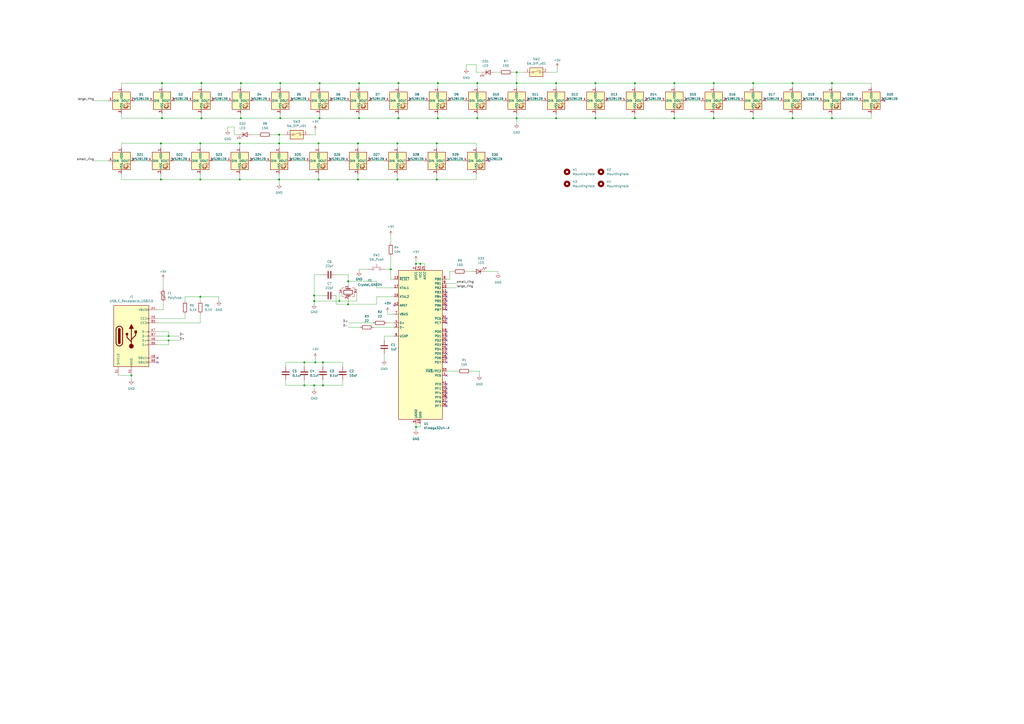
<source format=kicad_sch>
(kicad_sch (version 20230121) (generator eeschema)
  (paper "A2")
  (lib_symbols
    (symbol "Connector:USB_C_Receptacle_USB2.0" (pin_names (offset 1.016))
      (property "Reference" "J" (at -10.16 19.05 0))
      (property "Value" "USB_C_Receptacle_USB2.0" (at 19.05 19.05 0))
      (symbol "USB_C_Receptacle_USB2.0_0_0"
        (rectangle (start -0.254 -17.78) (end 0.254 -16.764))
        (rectangle (start 10.16 -14.986) (end 9.144 -15.494))
        (rectangle (start 10.16 -12.446) (end 9.144 -12.954))
        (rectangle (start 10.16 -4.826) (end 9.144 -5.334))
        (rectangle (start 10.16 -2.286) (end 9.144 -2.794))
        (rectangle (start 10.16 0.254) (end 9.144 -0.254))
        (rectangle (start 10.16 2.794) (end 9.144 2.286))
        (rectangle (start 10.16 7.874) (end 9.144 7.366))
        (rectangle (start 10.16 10.414) (end 9.144 9.906))
        (rectangle (start 10.16 15.494) (end 9.144 14.986))
      )
      (symbol "USB_C_Receptacle_USB2.0_0_1"
        (rectangle (start -10.16 17.78) (end 10.16 -17.78) (stroke (width 0.254)) (fill (type background)))
        (arc (start -8.89 -3.81) (mid -6.985 -5.7067) (end -5.08 -3.81) (stroke (width 0.508)))
        (arc (start -7.62 -3.81) (mid -6.985 -4.4423) (end -6.35 -3.81) (stroke (width 0.254)))
        (arc (start -7.62 -3.81) (mid -6.985 -4.4423) (end -6.35 -3.81) (stroke (width 0.254)) (fill (type outline)))
        (rectangle (start -7.62 -3.81) (end -6.35 3.81) (stroke (width 0.254)) (fill (type outline)))
        (arc (start -6.35 3.81) (mid -6.985 4.4423) (end -7.62 3.81) (stroke (width 0.254)))
        (arc (start -6.35 3.81) (mid -6.985 4.4423) (end -7.62 3.81) (stroke (width 0.254)) (fill (type outline)))
        (arc (start -5.08 3.81) (mid -6.985 5.7067) (end -8.89 3.81) (stroke (width 0.508)))
        (circle (center -2.54 1.143) (radius 0.635) (stroke (width 0.254)) (fill (type outline)))
        (circle (center 0 -5.842) (radius 1.27) (fill (type outline)))
        (polyline (pts (xy -8.89 -3.81) (xy -8.89 3.81)) (stroke (width 0.508)))
        (polyline (pts (xy -5.08 3.81) (xy -5.08 -3.81)) (stroke (width 0.508)))
        (polyline (pts (xy 0 -5.842) (xy 0 4.318)) (stroke (width 0.508)))
        (polyline (pts (xy 0 -3.302) (xy -2.54 -0.762) (xy -2.54 0.508)) (stroke (width 0.508)))
        (polyline (pts (xy 0 -2.032) (xy 2.54 0.508) (xy 2.54 1.778)) (stroke (width 0.508)))
        (polyline (pts (xy -1.27 4.318) (xy 0 6.858) (xy 1.27 4.318) (xy -1.27 4.318)) (stroke (width 0.254)) (fill (type outline)))
        (rectangle (start 1.905 1.778) (end 3.175 3.048) (stroke (width 0.254)) (fill (type outline)))
      )
      (symbol "USB_C_Receptacle_USB2.0_1_1"
        (pin passive line (at 0 -22.86 90) (length 5.08) (name "GND") (number "A1"))
        (pin passive line (at 0 -22.86 90) (length 5.08) hide (name "GND") (number "A12"))
        (pin passive line (at 15.24 15.24 180) (length 5.08) (name "VBUS") (number "A4"))
        (pin bidirectional line (at 15.24 10.16 180) (length 5.08) (name "CC1") (number "A5"))
        (pin bidirectional line (at 15.24 -2.54 180) (length 5.08) (name "D+") (number "A6"))
        (pin bidirectional line (at 15.24 2.54 180) (length 5.08) (name "D-") (number "A7"))
        (pin bidirectional line (at 15.24 -12.7 180) (length 5.08) (name "SBU1") (number "A8"))
        (pin passive line (at 15.24 15.24 180) (length 5.08) hide (name "VBUS") (number "A9"))
        (pin passive line (at 0 -22.86 90) (length 5.08) hide (name "GND") (number "B1"))
        (pin passive line (at 0 -22.86 90) (length 5.08) hide (name "GND") (number "B12"))
        (pin passive line (at 15.24 15.24 180) (length 5.08) hide (name "VBUS") (number "B4"))
        (pin bidirectional line (at 15.24 7.62 180) (length 5.08) (name "CC2") (number "B5"))
        (pin bidirectional line (at 15.24 -5.08 180) (length 5.08) (name "D+") (number "B6"))
        (pin bidirectional line (at 15.24 0 180) (length 5.08) (name "D-") (number "B7"))
        (pin bidirectional line (at 15.24 -15.24 180) (length 5.08) (name "SBU2") (number "B8"))
        (pin passive line (at 15.24 15.24 180) (length 5.08) hide (name "VBUS") (number "B9"))
        (pin passive line (at -7.62 -22.86 90) (length 5.08) (name "SHIELD") (number "S1"))
      )
    )
    (symbol "Device:C" (pin_numbers hide) (pin_names (offset 0.254))
      (property "Reference" "C" (at 0.635 2.54 0))
      (property "Value" "C" (at 0.635 -2.54 0))
      (symbol "C_0_1"
        (polyline (pts (xy -2.032 -0.762) (xy 2.032 -0.762)) (stroke (width 0.508)))
        (polyline (pts (xy -2.032 0.762) (xy 2.032 0.762)) (stroke (width 0.508)))
      )
      (symbol "C_1_1"
        (pin passive line (at 0 3.81 270) (length 2.794) (name "~") (number "1"))
        (pin passive line (at 0 -3.81 90) (length 2.794) (name "~") (number "2"))
      )
    )
    (symbol "Device:Crystal_GND24" (pin_names (offset 1.016) hide)
      (property "Reference" "Y" (at 3.175 5.08 0))
      (property "Value" "Crystal_GND24" (at 3.175 3.175 0))
      (symbol "Crystal_GND24_0_1"
        (rectangle (start -1.143 2.54) (end 1.143 -2.54) (stroke (width 0.3048)))
        (polyline (pts (xy -2.54 0) (xy -2.032 0)))
        (polyline (pts (xy -2.032 -1.27) (xy -2.032 1.27)) (stroke (width 0.508)))
        (polyline (pts (xy 0 -3.81) (xy 0 -3.556)))
        (polyline (pts (xy 0 3.556) (xy 0 3.81)))
        (polyline (pts (xy 2.032 -1.27) (xy 2.032 1.27)) (stroke (width 0.508)))
        (polyline (pts (xy 2.032 0) (xy 2.54 0)))
        (polyline (pts (xy -2.54 -2.286) (xy -2.54 -3.556) (xy 2.54 -3.556) (xy 2.54 -2.286)))
        (polyline (pts (xy -2.54 2.286) (xy -2.54 3.556) (xy 2.54 3.556) (xy 2.54 2.286)))
      )
      (symbol "Crystal_GND24_1_1"
        (pin passive line (at -3.81 0 0) (length 1.27) (name "1") (number "1"))
        (pin passive line (at 0 5.08 270) (length 1.27) (name "2") (number "2"))
        (pin passive line (at 3.81 0 180) (length 1.27) (name "3") (number "3"))
        (pin passive line (at 0 -5.08 90) (length 1.27) (name "4") (number "4"))
      )
    )
    (symbol "Device:LED" (pin_numbers hide) (pin_names (offset 1.016) hide)
      (property "Reference" "D" (at 0 2.54 0))
      (property "Value" "LED" (at 0 -2.54 0))
      (symbol "LED_0_1"
        (polyline (pts (xy -1.27 -1.27) (xy -1.27 1.27)) (stroke (width 0.254)))
        (polyline (pts (xy -1.27 0) (xy 1.27 0)))
        (polyline (pts (xy 1.27 -1.27) (xy 1.27 1.27) (xy -1.27 0) (xy 1.27 -1.27)) (stroke (width 0.254)))
        (polyline (pts (xy -3.048 -0.762) (xy -4.572 -2.286) (xy -3.81 -2.286) (xy -4.572 -2.286) (xy -4.572 -1.524)))
        (polyline (pts (xy -1.778 -0.762) (xy -3.302 -2.286) (xy -2.54 -2.286) (xy -3.302 -2.286) (xy -3.302 -1.524)))
      )
      (symbol "LED_1_1"
        (pin passive line (at -3.81 0 0) (length 2.54) (name "K") (number "1"))
        (pin passive line (at 3.81 0 180) (length 2.54) (name "A") (number "2"))
      )
    )
    (symbol "Device:Polyfuse" (pin_numbers hide) (pin_names (offset 0))
      (property "Reference" "F" (at -2.54 0 90))
      (property "Value" "Polyfuse" (at 2.54 0 90))
      (symbol "Polyfuse_0_1"
        (rectangle (start -0.762 2.54) (end 0.762 -2.54) (stroke (width 0.254)))
        (polyline (pts (xy 0 2.54) (xy 0 -2.54)))
        (polyline (pts (xy -1.524 2.54) (xy -1.524 1.524) (xy 1.524 -1.524) (xy 1.524 -2.54)))
      )
      (symbol "Polyfuse_1_1"
        (pin passive line (at 0 3.81 270) (length 1.27) (name "~") (number "1"))
        (pin passive line (at 0 -3.81 90) (length 1.27) (name "~") (number "2"))
      )
    )
    (symbol "Device:R" (pin_numbers hide) (pin_names (offset 0))
      (property "Reference" "R" (at 2.032 0 90))
      (property "Value" "R" (at 0 0 90))
      (symbol "R_0_1"
        (rectangle (start -1.016 -2.54) (end 1.016 2.54) (stroke (width 0.254)))
      )
      (symbol "R_1_1"
        (pin passive line (at 0 3.81 270) (length 1.27) (name "~") (number "1"))
        (pin passive line (at 0 -3.81 90) (length 1.27) (name "~") (number "2"))
      )
    )
    (symbol "LED:WS2812B" (pin_names (offset 0.254))
      (property "Reference" "D" (at 5.08 5.715 0))
      (property "Value" "WS2812B" (at 1.27 -5.715 0))
      (symbol "WS2812B_0_0"
        (text "RGB" (at 2.286 -4.191 0) (effects (font (size 0.762 0.762))))
      )
      (symbol "WS2812B_0_1"
        (polyline (pts (xy 1.27 -3.556) (xy 1.778 -3.556)))
        (polyline (pts (xy 1.27 -2.54) (xy 1.778 -2.54)))
        (polyline (pts (xy 4.699 -3.556) (xy 2.667 -3.556)))
        (polyline (pts (xy 2.286 -2.54) (xy 1.27 -3.556) (xy 1.27 -3.048)))
        (polyline (pts (xy 2.286 -1.524) (xy 1.27 -2.54) (xy 1.27 -2.032)))
        (polyline (pts (xy 3.683 -1.016) (xy 3.683 -3.556) (xy 3.683 -4.064)))
        (polyline (pts (xy 4.699 -1.524) (xy 2.667 -1.524) (xy 3.683 -3.556) (xy 4.699 -1.524)))
        (rectangle (start 5.08 5.08) (end -5.08 -5.08) (stroke (width 0.254)) (fill (type background)))
      )
      (symbol "WS2812B_1_1"
        (pin power_in line (at 0 7.62 270) (length 2.54) (name "VDD") (number "1"))
        (pin output line (at 7.62 0 180) (length 2.54) (name "DOUT") (number "2"))
        (pin power_in line (at 0 -7.62 90) (length 2.54) (name "VSS") (number "3"))
        (pin input line (at -7.62 0 0) (length 2.54) (name "DIN") (number "4"))
      )
    )
    (symbol "MCU_Microchip_ATmega:ATmega32U4-A"
      (property "Reference" "U" (at -12.7 44.45 0))
      (property "Value" "ATmega32U4-A" (at 2.54 -44.45 0))
      (symbol "ATmega32U4-A_0_1"
        (rectangle (start -12.7 -43.18) (end 12.7 43.18) (stroke (width 0.254)) (fill (type background)))
      )
      (symbol "ATmega32U4-A_1_1"
        (pin bidirectional line (at 15.24 -17.78 180) (length 2.54) (name "PE6") (number "1"))
        (pin bidirectional line (at 15.24 33.02 180) (length 2.54) (name "PB2") (number "10"))
        (pin bidirectional line (at 15.24 30.48 180) (length 2.54) (name "PB3") (number "11"))
        (pin bidirectional line (at 15.24 20.32 180) (length 2.54) (name "PB7") (number "12"))
        (pin input line (at -15.24 38.1 0) (length 2.54) (name "~{RESET}") (number "13"))
        (pin power_in line (at 0 45.72 270) (length 2.54) (name "VCC") (number "14"))
        (pin power_in line (at 0 -45.72 90) (length 2.54) (name "GND") (number "15"))
        (pin output line (at -15.24 27.94 0) (length 2.54) (name "XTAL2") (number "16"))
        (pin input line (at -15.24 33.02 0) (length 2.54) (name "XTAL1") (number "17"))
        (pin bidirectional line (at 15.24 7.62 180) (length 2.54) (name "PD0") (number "18"))
        (pin bidirectional line (at 15.24 5.08 180) (length 2.54) (name "PD1") (number "19"))
        (pin power_in line (at -2.54 45.72 270) (length 2.54) (name "UVCC") (number "2"))
        (pin bidirectional line (at 15.24 2.54 180) (length 2.54) (name "PD2") (number "20"))
        (pin bidirectional line (at 15.24 0 180) (length 2.54) (name "PD3") (number "21"))
        (pin bidirectional line (at 15.24 -5.08 180) (length 2.54) (name "PD5") (number "22"))
        (pin passive line (at 0 -45.72 90) (length 2.54) hide (name "GND") (number "23"))
        (pin power_in line (at 2.54 45.72 270) (length 2.54) (name "AVCC") (number "24"))
        (pin bidirectional line (at 15.24 -2.54 180) (length 2.54) (name "PD4") (number "25"))
        (pin bidirectional line (at 15.24 -7.62 180) (length 2.54) (name "PD6") (number "26"))
        (pin bidirectional line (at 15.24 -10.16 180) (length 2.54) (name "PD7") (number "27"))
        (pin bidirectional line (at 15.24 27.94 180) (length 2.54) (name "PB4") (number "28"))
        (pin bidirectional line (at 15.24 25.4 180) (length 2.54) (name "PB5") (number "29"))
        (pin bidirectional line (at -15.24 10.16 0) (length 2.54) (name "D-") (number "3"))
        (pin bidirectional line (at 15.24 22.86 180) (length 2.54) (name "PB6") (number "30"))
        (pin bidirectional line (at 15.24 15.24 180) (length 2.54) (name "PC6") (number "31"))
        (pin bidirectional line (at 15.24 12.7 180) (length 2.54) (name "PC7") (number "32"))
        (pin bidirectional line (at 15.24 -15.24 180) (length 2.54) (name "~{HWB}/PE2") (number "33"))
        (pin passive line (at 0 45.72 270) (length 2.54) hide (name "VCC") (number "34"))
        (pin passive line (at 0 -45.72 90) (length 2.54) hide (name "GND") (number "35"))
        (pin bidirectional line (at 15.24 -35.56 180) (length 2.54) (name "PF7") (number "36"))
        (pin bidirectional line (at 15.24 -33.02 180) (length 2.54) (name "PF6") (number "37"))
        (pin bidirectional line (at 15.24 -30.48 180) (length 2.54) (name "PF5") (number "38"))
        (pin bidirectional line (at 15.24 -27.94 180) (length 2.54) (name "PF4") (number "39"))
        (pin bidirectional line (at -15.24 12.7 0) (length 2.54) (name "D+") (number "4"))
        (pin bidirectional line (at 15.24 -25.4 180) (length 2.54) (name "PF1") (number "40"))
        (pin bidirectional line (at 15.24 -22.86 180) (length 2.54) (name "PF0") (number "41"))
        (pin passive line (at -15.24 22.86 0) (length 2.54) (name "AREF") (number "42"))
        (pin passive line (at 0 -45.72 90) (length 2.54) hide (name "GND") (number "43"))
        (pin passive line (at 2.54 45.72 270) (length 2.54) hide (name "AVCC") (number "44"))
        (pin passive line (at -2.54 -45.72 90) (length 2.54) (name "UGND") (number "5"))
        (pin passive line (at -15.24 5.08 0) (length 2.54) (name "UCAP") (number "6"))
        (pin input line (at -15.24 17.78 0) (length 2.54) (name "VBUS") (number "7"))
        (pin bidirectional line (at 15.24 38.1 180) (length 2.54) (name "PB0") (number "8"))
        (pin bidirectional line (at 15.24 35.56 180) (length 2.54) (name "PB1") (number "9"))
      )
    )
    (symbol "Mechanical:MountingHole" (pin_names (offset 1.016))
      (property "Reference" "H" (at 0 5.08 0))
      (property "Value" "MountingHole" (at 0 3.175 0))
      (symbol "MountingHole_0_1"
        (circle (center 0 0) (radius 1.27) (stroke (width 1.27)))
      )
    )
    (symbol "Switch:SW_DIP_x01" (pin_names (offset 0) hide)
      (property "Reference" "SW" (at 0 3.81 0))
      (property "Value" "SW_DIP_x01" (at 0 -3.81 0))
      (symbol "SW_DIP_x01_0_0"
        (circle (center -2.032 0) (radius 0.508))
        (polyline (pts (xy -1.524 0.127) (xy 2.3622 1.1684)))
        (circle (center 2.032 0) (radius 0.508))
      )
      (symbol "SW_DIP_x01_0_1"
        (rectangle (start -3.81 2.54) (end 3.81 -2.54) (stroke (width 0.254)) (fill (type background)))
      )
      (symbol "SW_DIP_x01_1_1"
        (pin passive line (at -7.62 0 0) (length 5.08) (name "~") (number "1"))
        (pin passive line (at 7.62 0 180) (length 5.08) (name "~") (number "2"))
      )
    )
    (symbol "Switch:SW_Push" (pin_numbers hide) (pin_names (offset 1.016) hide)
      (property "Reference" "SW" (at 1.27 2.54 0))
      (property "Value" "SW_Push" (at 0 -1.524 0))
      (symbol "SW_Push_0_1"
        (circle (center -2.032 0) (radius 0.508))
        (polyline (pts (xy 0 1.27) (xy 0 3.048)))
        (polyline (pts (xy 2.54 1.27) (xy -2.54 1.27)))
        (circle (center 2.032 0) (radius 0.508))
        (pin passive line (at -5.08 0 0) (length 2.54) (name "1") (number "1"))
        (pin passive line (at 5.08 0 180) (length 2.54) (name "2") (number "2"))
      )
    )
    (symbol "power:+5V" (power) (pin_names (offset 0))
      (property "Value" "+5V" (at 0 3.556 0))
      (symbol "+5V_0_1"
        (polyline (pts (xy -0.762 1.27) (xy 0 2.54)))
        (polyline (pts (xy 0 0) (xy 0 2.54)))
        (polyline (pts (xy 0 2.54) (xy 0.762 1.27)))
      )
      (symbol "+5V_1_1"
        (pin power_in line (at 0 0 90) (length 0) hide (name "+5V") (number "1"))
      )
    )
    (symbol "power:GND" (power) (pin_names (offset 0))
      (property "Value" "GND" (at 0 -3.81 0))
      (symbol "GND_0_1"
        (polyline (pts (xy 0 0) (xy 0 -1.27) (xy 1.27 -1.27) (xy 0 -2.54) (xy -1.27 -1.27) (xy 0 -1.27)))
      )
      (symbol "GND_1_1"
        (pin power_in line (at 0 0 270) (length 0) hide (name "GND") (number "1"))
      )
    )
  )
  (junction (at 116.84 68.58))
  (junction (at 182.245 223.52))
  (junction (at 139.7 48.26))
  (junction (at 162.56 68.58))
  (junction (at 93.98 68.58))
  (junction (at 254 48.26))
  (junction (at 414.02 48.26))
  (junction (at 116.205 104.14))
  (junction (at 116.205 83.185))
  (junction (at 459.74 48.26))
  (junction (at 391.16 48.26))
  (junction (at 76.2 217.805))
  (junction (at 231.14 68.58))
  (junction (at 208.28 48.26))
  (junction (at 254 68.58))
  (junction (at 253.365 104.14))
  (junction (at 276.86 48.26))
  (junction (at 230.505 104.14))
  (junction (at 161.925 104.14))
  (junction (at 116.205 172.085))
  (junction (at 414.02 68.58))
  (junction (at 162.56 48.26))
  (junction (at 276.86 68.58))
  (junction (at 187.325 210.185))
  (junction (at 436.88 68.58))
  (junction (at 230.505 83.185))
  (junction (at 187.325 223.52))
  (junction (at 196.85 174.625))
  (junction (at 241.3 247.65))
  (junction (at 176.53 223.52))
  (junction (at 299.72 68.58))
  (junction (at 139.065 83.185))
  (junction (at 139.7 68.58))
  (junction (at 322.58 48.26))
  (junction (at 299.72 48.26))
  (junction (at 368.3 48.26))
  (junction (at 226.695 156.21))
  (junction (at 182.88 210.185))
  (junction (at 207.645 83.185))
  (junction (at 116.84 48.26))
  (junction (at 97.79 197.485))
  (junction (at 391.16 68.58))
  (junction (at 459.74 68.58))
  (junction (at 182.245 174.625))
  (junction (at 436.88 48.26))
  (junction (at 139.065 104.14))
  (junction (at 185.42 48.26))
  (junction (at 345.44 68.58))
  (junction (at 184.785 104.14))
  (junction (at 97.79 194.945))
  (junction (at 345.44 48.26))
  (junction (at 176.53 210.185))
  (junction (at 161.925 78.105))
  (junction (at 299.72 41.91))
  (junction (at 184.785 83.185))
  (junction (at 161.925 83.185))
  (junction (at 231.14 48.26))
  (junction (at 322.58 68.58))
  (junction (at 93.345 104.14))
  (junction (at 241.3 153.035))
  (junction (at 482.6 68.58))
  (junction (at 482.6 48.26))
  (junction (at 93.345 83.185))
  (junction (at 93.98 48.26))
  (junction (at 182.245 171.45))
  (junction (at 243.84 153.035))
  (junction (at 253.365 83.185))
  (junction (at 208.28 68.58))
  (junction (at 201.93 163.195))
  (junction (at 368.3 68.58))
  (junction (at 201.93 176.53))
  (junction (at 185.42 68.58))
  (junction (at 207.645 104.14))
  (no_connect (at 259.08 192.405))
  (no_connect (at 259.08 210.185))
  (no_connect (at 259.08 227.965))
  (no_connect (at 259.08 172.085))
  (no_connect (at 259.08 200.025))
  (no_connect (at 259.08 174.625))
  (no_connect (at 259.08 235.585))
  (no_connect (at 259.08 217.805))
  (no_connect (at 259.08 225.425))
  (no_connect (at 259.08 184.785))
  (no_connect (at 283.845 93.345))
  (no_connect (at 259.08 194.945))
  (no_connect (at 259.08 207.645))
  (no_connect (at 259.08 197.485))
  (no_connect (at 91.44 207.645))
  (no_connect (at 259.08 205.105))
  (no_connect (at 228.6 177.165))
  (no_connect (at 259.08 187.325))
  (no_connect (at 259.08 179.705))
  (no_connect (at 259.08 222.885))
  (no_connect (at 259.08 230.505))
  (no_connect (at 259.08 202.565))
  (no_connect (at 91.44 210.185))
  (no_connect (at 259.08 169.545))
  (no_connect (at 513.08 58.42))
  (no_connect (at 259.08 177.165))
  (no_connect (at 259.08 233.045))
  (wire (pts (xy 70.485 100.965) (xy 70.485 104.14)))
  (wire (pts (xy 241.3 247.65) (xy 241.3 249.555)))
  (wire (pts (xy 482.6 66.04) (xy 482.6 68.58)))
  (wire (pts (xy 299.72 68.58) (xy 299.72 71.755)))
  (wire (pts (xy 276.225 100.965) (xy 276.225 104.14)))
  (wire (pts (xy 254 48.26) (xy 276.86 48.26)))
  (wire (pts (xy 241.3 153.035) (xy 241.3 154.305)))
  (wire (pts (xy 213.36 156.21) (xy 208.28 156.21)))
  (wire (pts (xy 490.22 58.42) (xy 497.84 58.42)))
  (wire (pts (xy 482.6 48.26) (xy 459.74 48.26)))
  (wire (pts (xy 459.74 48.26) (xy 436.88 48.26)))
  (wire (pts (xy 207.01 169.545) (xy 207.01 174.625)))
  (wire (pts (xy 241.3 245.745) (xy 241.3 247.65)))
  (wire (pts (xy 231.14 48.26) (xy 254 48.26)))
  (wire (pts (xy 187.325 210.185) (xy 182.88 210.185)))
  (wire (pts (xy 187.325 220.345) (xy 187.325 223.52)))
  (wire (pts (xy 284.48 58.42) (xy 292.1 58.42)))
  (wire (pts (xy 276.86 68.58) (xy 299.72 68.58)))
  (wire (pts (xy 91.44 194.945) (xy 97.79 194.945)))
  (wire (pts (xy 276.225 83.185) (xy 253.365 83.185)))
  (wire (pts (xy 323.215 41.91) (xy 323.215 39.37)))
  (wire (pts (xy 230.505 100.965) (xy 230.505 104.14)))
  (wire (pts (xy 201.93 159.385) (xy 201.93 163.195)))
  (wire (pts (xy 224.155 187.325) (xy 228.6 187.325)))
  (wire (pts (xy 246.38 153.035) (xy 243.84 153.035)))
  (wire (pts (xy 91.44 187.325) (xy 116.205 187.325)))
  (wire (pts (xy 243.84 153.035) (xy 241.3 153.035)))
  (wire (pts (xy 70.485 50.8) (xy 70.485 48.26)))
  (wire (pts (xy 182.245 223.52) (xy 182.245 226.06)))
  (wire (pts (xy 243.84 245.745) (xy 243.84 247.65)))
  (wire (pts (xy 70.485 48.26) (xy 93.98 48.26)))
  (wire (pts (xy 184.785 83.185) (xy 184.785 85.725)))
  (wire (pts (xy 107.315 184.785) (xy 107.315 182.245)))
  (wire (pts (xy 276.225 37.465) (xy 270.51 37.465)))
  (wire (pts (xy 231.14 66.04) (xy 231.14 68.58)))
  (wire (pts (xy 100.965 93.345) (xy 108.585 93.345)))
  (wire (pts (xy 68.58 217.805) (xy 76.2 217.805)))
  (wire (pts (xy 91.44 184.785) (xy 107.315 184.785)))
  (wire (pts (xy 54.61 93.345) (xy 62.865 93.345)))
  (wire (pts (xy 116.205 172.085) (xy 127 172.085)))
  (wire (pts (xy 208.28 48.26) (xy 231.14 48.26)))
  (wire (pts (xy 165.735 223.52) (xy 176.53 223.52)))
  (wire (pts (xy 230.505 104.14) (xy 207.645 104.14)))
  (wire (pts (xy 505.46 66.04) (xy 505.46 68.58)))
  (wire (pts (xy 218.44 167.005) (xy 218.44 163.195)))
  (wire (pts (xy 322.58 66.04) (xy 322.58 68.58)))
  (wire (pts (xy 281.305 157.48) (xy 288.925 157.48)))
  (wire (pts (xy 182.88 78.105) (xy 182.88 75.565)))
  (wire (pts (xy 176.53 210.185) (xy 176.53 212.725)))
  (wire (pts (xy 299.72 41.91) (xy 303.53 41.91)))
  (wire (pts (xy 436.88 48.26) (xy 436.88 50.8)))
  (wire (pts (xy 201.93 189.865) (xy 208.915 189.865)))
  (wire (pts (xy 198.755 210.185) (xy 187.325 210.185)))
  (wire (pts (xy 218.44 172.085) (xy 218.44 176.53)))
  (wire (pts (xy 322.58 48.26) (xy 299.72 48.26)))
  (wire (pts (xy 259.08 167.005) (xy 264.795 167.005)))
  (wire (pts (xy 91.44 197.485) (xy 97.79 197.485)))
  (wire (pts (xy 278.13 215.265) (xy 278.13 217.805)))
  (wire (pts (xy 228.6 172.085) (xy 218.44 172.085)))
  (wire (pts (xy 505.46 48.26) (xy 482.6 48.26)))
  (wire (pts (xy 116.205 174.625) (xy 116.205 172.085)))
  (wire (pts (xy 93.98 48.26) (xy 93.98 50.8)))
  (wire (pts (xy 196.85 174.625) (xy 182.245 174.625)))
  (wire (pts (xy 345.44 48.26) (xy 322.58 48.26)))
  (wire (pts (xy 226.695 136.525) (xy 226.695 140.97)))
  (wire (pts (xy 97.79 194.945) (xy 104.14 194.945)))
  (wire (pts (xy 97.79 192.405) (xy 97.79 194.945)))
  (wire (pts (xy 161.925 83.185) (xy 161.925 85.725)))
  (wire (pts (xy 123.825 93.345) (xy 131.445 93.345)))
  (wire (pts (xy 165.735 220.345) (xy 165.735 223.52)))
  (wire (pts (xy 101.6 58.42) (xy 109.22 58.42)))
  (wire (pts (xy 182.88 210.185) (xy 182.88 207.645)))
  (wire (pts (xy 93.345 104.14) (xy 116.205 104.14)))
  (wire (pts (xy 139.065 83.185) (xy 139.065 85.725)))
  (wire (pts (xy 116.205 100.965) (xy 116.205 104.14)))
  (wire (pts (xy 414.02 48.26) (xy 414.02 50.8)))
  (wire (pts (xy 226.695 156.21) (xy 223.52 156.21)))
  (wire (pts (xy 70.485 85.725) (xy 70.485 83.185)))
  (wire (pts (xy 93.345 100.965) (xy 93.345 104.14)))
  (wire (pts (xy 243.84 154.305) (xy 243.84 153.035)))
  (wire (pts (xy 76.2 217.805) (xy 76.2 220.345)))
  (wire (pts (xy 127 172.085) (xy 127 174.625)))
  (wire (pts (xy 107.315 174.625) (xy 107.315 172.085)))
  (wire (pts (xy 270.51 157.48) (xy 273.685 157.48)))
  (wire (pts (xy 165.735 212.725) (xy 165.735 210.185)))
  (wire (pts (xy 208.28 156.21) (xy 208.28 157.48)))
  (wire (pts (xy 253.365 104.14) (xy 230.505 104.14)))
  (wire (pts (xy 228.6 182.245) (xy 224.79 182.245)))
  (wire (pts (xy 276.225 104.14) (xy 253.365 104.14)))
  (wire (pts (xy 368.3 66.04) (xy 368.3 68.58)))
  (wire (pts (xy 238.76 58.42) (xy 246.38 58.42)))
  (wire (pts (xy 459.74 68.58) (xy 436.88 68.58)))
  (wire (pts (xy 70.485 66.04) (xy 70.485 68.58)))
  (wire (pts (xy 228.6 194.945) (xy 222.885 194.945)))
  (wire (pts (xy 260.985 157.48) (xy 262.89 157.48)))
  (wire (pts (xy 287.02 41.91) (xy 289.56 41.91)))
  (wire (pts (xy 139.065 83.185) (xy 161.925 83.185)))
  (wire (pts (xy 94.615 161.925) (xy 94.615 167.64)))
  (wire (pts (xy 322.58 68.58) (xy 299.72 68.58)))
  (wire (pts (xy 260.985 93.345) (xy 268.605 93.345)))
  (wire (pts (xy 184.785 104.14) (xy 161.925 104.14)))
  (wire (pts (xy 228.6 161.925) (xy 226.695 161.925)))
  (wire (pts (xy 184.785 83.185) (xy 161.925 83.185)))
  (wire (pts (xy 230.505 83.185) (xy 230.505 85.725)))
  (wire (pts (xy 230.505 83.185) (xy 207.645 83.185)))
  (wire (pts (xy 116.205 83.185) (xy 116.205 85.725)))
  (wire (pts (xy 224.79 182.245) (xy 224.79 180.975)))
  (wire (pts (xy 201.93 176.53) (xy 201.93 173.355)))
  (wire (pts (xy 165.735 210.185) (xy 176.53 210.185)))
  (wire (pts (xy 215.265 93.345) (xy 222.885 93.345)))
  (wire (pts (xy 259.08 215.265) (xy 265.43 215.265)))
  (wire (pts (xy 228.6 167.005) (xy 218.44 167.005)))
  (wire (pts (xy 192.405 93.345) (xy 200.025 93.345)))
  (wire (pts (xy 208.28 48.26) (xy 208.28 50.8)))
  (wire (pts (xy 482.6 48.26) (xy 482.6 50.8)))
  (wire (pts (xy 353.06 58.42) (xy 360.68 58.42)))
  (wire (pts (xy 179.705 78.105) (xy 182.88 78.105)))
  (wire (pts (xy 198.755 220.345) (xy 198.755 223.52)))
  (wire (pts (xy 318.77 41.91) (xy 323.215 41.91)))
  (wire (pts (xy 216.535 189.865) (xy 228.6 189.865)))
  (wire (pts (xy 276.225 41.91) (xy 276.225 37.465)))
  (wire (pts (xy 276.86 66.04) (xy 276.86 68.58)))
  (wire (pts (xy 246.38 154.305) (xy 246.38 153.035)))
  (wire (pts (xy 93.98 48.26) (xy 116.84 48.26)))
  (wire (pts (xy 276.86 48.26) (xy 276.86 50.8)))
  (wire (pts (xy 176.53 210.185) (xy 182.88 210.185)))
  (wire (pts (xy 208.28 68.58) (xy 231.14 68.58)))
  (wire (pts (xy 276.86 48.26) (xy 299.72 48.26)))
  (wire (pts (xy 207.645 83.185) (xy 184.785 83.185)))
  (wire (pts (xy 368.3 48.26) (xy 368.3 50.8)))
  (wire (pts (xy 139.065 104.14) (xy 161.925 104.14)))
  (wire (pts (xy 161.925 78.105) (xy 161.925 83.185)))
  (wire (pts (xy 176.53 220.345) (xy 176.53 223.52)))
  (wire (pts (xy 162.56 66.04) (xy 162.56 68.58)))
  (wire (pts (xy 299.72 48.26) (xy 299.72 50.8)))
  (wire (pts (xy 207.01 174.625) (xy 196.85 174.625)))
  (wire (pts (xy 261.62 58.42) (xy 269.24 58.42)))
  (wire (pts (xy 243.84 247.65) (xy 241.3 247.65)))
  (wire (pts (xy 78.105 93.345) (xy 85.725 93.345)))
  (wire (pts (xy 459.74 66.04) (xy 459.74 68.58)))
  (wire (pts (xy 254 66.04) (xy 254 68.58)))
  (wire (pts (xy 421.64 58.42) (xy 429.26 58.42)))
  (wire (pts (xy 391.16 48.26) (xy 368.3 48.26)))
  (wire (pts (xy 187.325 223.52) (xy 182.245 223.52)))
  (wire (pts (xy 78.105 58.42) (xy 86.36 58.42)))
  (wire (pts (xy 444.5 58.42) (xy 452.12 58.42)))
  (wire (pts (xy 54.61 58.42) (xy 62.865 58.42)))
  (wire (pts (xy 345.44 68.58) (xy 322.58 68.58)))
  (wire (pts (xy 139.7 68.58) (xy 162.56 68.58)))
  (wire (pts (xy 436.88 68.58) (xy 414.02 68.58)))
  (wire (pts (xy 345.44 66.04) (xy 345.44 68.58)))
  (wire (pts (xy 368.3 48.26) (xy 345.44 48.26)))
  (wire (pts (xy 94.615 179.705) (xy 94.615 175.26)))
  (wire (pts (xy 241.3 151.13) (xy 241.3 153.035)))
  (wire (pts (xy 436.88 48.26) (xy 414.02 48.26)))
  (wire (pts (xy 91.44 200.025) (xy 97.79 200.025)))
  (wire (pts (xy 368.3 68.58) (xy 345.44 68.58)))
  (wire (pts (xy 467.36 58.42) (xy 474.98 58.42)))
  (wire (pts (xy 253.365 83.185) (xy 230.505 83.185)))
  (wire (pts (xy 184.785 100.965) (xy 184.785 104.14)))
  (wire (pts (xy 391.16 48.26) (xy 391.16 50.8)))
  (wire (pts (xy 185.42 48.26) (xy 185.42 50.8)))
  (wire (pts (xy 201.93 187.325) (xy 216.535 187.325)))
  (wire (pts (xy 182.245 176.53) (xy 182.245 174.625)))
  (wire (pts (xy 162.56 68.58) (xy 185.42 68.58)))
  (wire (pts (xy 93.345 83.185) (xy 116.205 83.185)))
  (wire (pts (xy 185.42 66.04) (xy 185.42 68.58)))
  (wire (pts (xy 299.72 66.04) (xy 299.72 68.58)))
  (wire (pts (xy 193.04 58.42) (xy 200.66 58.42)))
  (wire (pts (xy 176.53 223.52) (xy 182.245 223.52)))
  (wire (pts (xy 194.945 171.45) (xy 194.945 176.53)))
  (wire (pts (xy 414.02 68.58) (xy 391.16 68.58)))
  (wire (pts (xy 218.44 163.195) (xy 201.93 163.195)))
  (wire (pts (xy 169.545 93.345) (xy 177.165 93.345)))
  (wire (pts (xy 182.245 171.45) (xy 187.325 171.45)))
  (wire (pts (xy 436.88 66.04) (xy 436.88 68.58)))
  (wire (pts (xy 187.325 159.385) (xy 182.245 159.385)))
  (wire (pts (xy 238.125 93.345) (xy 245.745 93.345)))
  (wire (pts (xy 482.6 68.58) (xy 459.74 68.58)))
  (wire (pts (xy 139.065 100.965) (xy 139.065 104.14)))
  (wire (pts (xy 345.44 48.26) (xy 345.44 50.8)))
  (wire (pts (xy 505.46 50.8) (xy 505.46 48.26)))
  (wire (pts (xy 375.92 58.42) (xy 383.54 58.42)))
  (wire (pts (xy 107.315 172.085) (xy 116.205 172.085)))
  (wire (pts (xy 157.48 78.105) (xy 161.925 78.105)))
  (wire (pts (xy 135.89 73.66) (xy 132.08 73.66)))
  (wire (pts (xy 132.08 73.66) (xy 132.08 75.565)))
  (wire (pts (xy 505.46 68.58) (xy 482.6 68.58)))
  (wire (pts (xy 254 68.58) (xy 276.86 68.58)))
  (wire (pts (xy 162.56 48.26) (xy 162.56 50.8)))
  (wire (pts (xy 297.18 41.91) (xy 299.72 41.91)))
  (wire (pts (xy 253.365 83.185) (xy 253.365 85.725)))
  (wire (pts (xy 231.14 48.26) (xy 231.14 50.8)))
  (wire (pts (xy 91.44 179.705) (xy 94.615 179.705)))
  (wire (pts (xy 139.7 48.26) (xy 162.56 48.26)))
  (wire (pts (xy 260.985 161.925) (xy 260.985 157.48)))
  (wire (pts (xy 93.98 66.04) (xy 93.98 68.58)))
  (wire (pts (xy 182.245 159.385) (xy 182.245 171.45)))
  (wire (pts (xy 116.84 66.04) (xy 116.84 68.58)))
  (wire (pts (xy 259.08 161.925) (xy 260.985 161.925)))
  (wire (pts (xy 194.945 159.385) (xy 201.93 159.385)))
  (wire (pts (xy 93.345 83.185) (xy 93.345 85.725)))
  (wire (pts (xy 231.14 68.58) (xy 254 68.58)))
  (wire (pts (xy 222.885 194.945) (xy 222.885 197.485)))
  (wire (pts (xy 70.485 104.14) (xy 93.345 104.14)))
  (wire (pts (xy 201.93 163.195) (xy 201.93 165.735)))
  (wire (pts (xy 93.98 68.58) (xy 116.84 68.58)))
  (wire (pts (xy 161.925 78.105) (xy 164.465 78.105)))
  (wire (pts (xy 185.42 68.58) (xy 208.28 68.58)))
  (wire (pts (xy 116.205 83.185) (xy 139.065 83.185)))
  (wire (pts (xy 116.84 48.26) (xy 139.7 48.26)))
  (wire (pts (xy 391.16 66.04) (xy 391.16 68.58)))
  (wire (pts (xy 70.485 83.185) (xy 93.345 83.185)))
  (wire (pts (xy 279.4 41.91) (xy 276.225 41.91)))
  (wire (pts (xy 398.78 58.42) (xy 406.4 58.42)))
  (wire (pts (xy 187.325 210.185) (xy 187.325 212.725)))
  (wire (pts (xy 170.18 58.42) (xy 177.8 58.42)))
  (wire (pts (xy 161.925 100.965) (xy 161.925 104.14)))
  (wire (pts (xy 218.44 176.53) (xy 201.93 176.53)))
  (wire (pts (xy 70.485 68.58) (xy 93.98 68.58)))
  (wire (pts (xy 198.755 223.52) (xy 187.325 223.52)))
  (wire (pts (xy 116.205 104.14) (xy 139.065 104.14)))
  (wire (pts (xy 116.84 48.26) (xy 116.84 50.8)))
  (wire (pts (xy 391.16 68.58) (xy 368.3 68.58)))
  (wire (pts (xy 139.7 48.26) (xy 139.7 50.8)))
  (wire (pts (xy 207.645 83.185) (xy 207.645 85.725)))
  (wire (pts (xy 276.225 85.725) (xy 276.225 83.185)))
  (wire (pts (xy 259.08 164.465) (xy 264.795 164.465)))
  (wire (pts (xy 299.72 41.91) (xy 299.72 48.26)))
  (wire (pts (xy 146.685 93.345) (xy 154.305 93.345)))
  (wire (pts (xy 162.56 48.26) (xy 185.42 48.26)))
  (wire (pts (xy 182.245 174.625) (xy 182.245 171.45)))
  (wire (pts (xy 330.2 58.42) (xy 337.82 58.42)))
  (wire (pts (xy 414.02 66.04) (xy 414.02 68.58)))
  (wire (pts (xy 322.58 48.26) (xy 322.58 50.8)))
  (wire (pts (xy 459.74 48.26) (xy 459.74 50.8)))
  (wire (pts (xy 91.44 192.405) (xy 97.79 192.405)))
  (wire (pts (xy 307.34 58.42) (xy 314.96 58.42)))
  (wire (pts (xy 124.46 58.42) (xy 132.08 58.42)))
  (wire (pts (xy 207.645 104.14) (xy 184.785 104.14)))
  (wire (pts (xy 198.755 212.725) (xy 198.755 210.185)))
  (wire (pts (xy 226.695 148.59) (xy 226.695 156.21)))
  (wire (pts (xy 146.05 78.105) (xy 149.86 78.105)))
  (wire (pts (xy 116.205 187.325) (xy 116.205 182.245)))
  (wire (pts (xy 116.84 68.58) (xy 139.7 68.58)))
  (wire (pts (xy 135.89 78.105) (xy 135.89 73.66)))
  (wire (pts (xy 97.79 197.485) (xy 104.14 197.485)))
  (wire (pts (xy 208.28 66.04) (xy 208.28 68.58)))
  (wire (pts (xy 207.645 100.965) (xy 207.645 104.14)))
  (wire (pts (xy 226.695 161.925) (xy 226.695 156.21)))
  (wire (pts (xy 147.32 58.42) (xy 154.94 58.42)))
  (wire (pts (xy 222.885 205.105) (xy 222.885 208.915)))
  (wire (pts (xy 196.85 169.545) (xy 196.85 174.625)))
  (wire (pts (xy 254 48.26) (xy 254 50.8)))
  (wire (pts (xy 139.7 66.04) (xy 139.7 68.58)))
  (wire (pts (xy 161.925 104.14) (xy 161.925 106.68)))
  (wire (pts (xy 215.9 58.42) (xy 223.52 58.42)))
  (wire (pts (xy 253.365 100.965) (xy 253.365 104.14)))
  (wire (pts (xy 194.945 176.53) (xy 201.93 176.53)))
  (wire (pts (xy 270.51 37.465) (xy 270.51 40.005)))
  (wire (pts (xy 288.925 157.48) (xy 288.925 158.75)))
  (wire (pts (xy 273.05 215.265) (xy 278.13 215.265)))
  (wire (pts (xy 97.79 197.485) (xy 97.79 200.025)))
  (wire (pts (xy 138.43 78.105) (xy 135.89 78.105)))
  (wire (pts (xy 414.02 48.26) (xy 391.16 48.26)))
  (wire (pts (xy 185.42 48.26) (xy 208.28 48.26)))
  (label "D-" (at 201.93 189.865 180))
  (label "small_ring" (at 54.61 93.345 180))
  (label "D-" (at 104.14 194.945 0))
  (label "large_ring" (at 264.795 167.005 0))
  (label "large_ring" (at 54.61 58.42 180))
  (label "D+" (at 104.14 197.485 0))
  (label "D+" (at 201.93 187.325 180))
  (label "small_ring" (at 264.795 164.465 0))
  (symbol (lib_id "power:GND") (at 299.72 71.755 0) (unit 1)
    (property "Reference" "#PWR02" (effects hide))
    (property "Value" "GND" (at 299.72 76.835 0))
  )
  (symbol (lib_id "power:GND") (at 222.885 208.915 0) (unit 1)
    (property "Reference" "#PWR08" (effects hide))
    (property "Value" "GND" (at 222.885 213.995 0))
  )
  (symbol (lib_id "power:GND") (at 161.925 106.68 0) (unit 1)
    (property "Reference" "#PWR04" (effects hide))
    (property "Value" "GND" (at 161.925 111.76 0))
  )
  (symbol (lib_id "power:+5V") (at 94.615 161.925 0) (unit 1)
    (property "Reference" "#PWR016" (effects hide))
    (property "Value" "+5V" (at 94.615 157.48 0))
  )
  (symbol (lib_id "power:+5V") (at 323.215 39.37 0) (unit 1)
    (property "Reference" "#PWR01" (effects hide))
    (property "Value" "+5V" (at 323.215 34.925 0))
  )
  (symbol (lib_id "LED:WS2812B") (at 276.225 93.345 0) (unit 1)
    (property "Reference" "D30" (at 287.02 89.6971 0))
    (property "Value" "WS2812B" (at 287.02 92.2371 0))
    (property "Footprint" "LED_SMD:LED_WS2812B_PLCC4_5.0x5.0mm_P3.2mm" (effects hide))
    (property "Datasheet" "https://cdn-shop.adafruit.com/datasheets/WS2812B.pdf" (effects hide))
  )
  (symbol (lib_id "Device:R") (at 293.37 41.91 90) (unit 1)
    (property "Reference" "R7" (at 293.37 35.56 90))
    (property "Value" "150" (at 293.37 38.1 90))
    (property "Footprint" "Resistor_SMD:R_0805_2012Metric_Pad1.20x1.40mm_HandSolder" (effects hide))
  )
  (symbol (lib_id "Mechanical:MountingHole") (at 328.93 99.695 0) (unit 1)
    (property "Reference" "H1" (at 332.105 98.425 0) (effects (justify left)))
    (property "Value" "MountingHole" (at 332.105 100.965 0) (effects (justify left)))
    (property "Footprint" "MountingHole:MountingHole_4.3mm_M4_Pad_Via" (effects hide))
  )
  (symbol (lib_id "Device:Crystal_GND24") (at 201.93 169.545 270) (unit 1)
    (property "Reference" "Y1" (at 214.63 162.6169 90))
    (property "Value" "Crystal_GND24" (at 214.63 165.1569 90))
    (property "Footprint" "Crystal:Crystal_SMD_3225-4Pin_3.2x2.5mm_HandSoldering" (effects hide))
  )
  (symbol (lib_id "power:GND") (at 278.13 217.805 0) (unit 1)
    (property "Reference" "#PWR07" (effects hide))
    (property "Value" "GND" (at 278.13 222.885 0))
  )
  (symbol (lib_id "Device:R") (at 107.315 178.435 0) (unit 1)
    (property "Reference" "R5" (at 109.855 177.165 0) (effects (justify left)))
    (property "Value" "5.1K" (at 109.855 179.705 0) (effects (justify left)))
    (property "Footprint" "Resistor_SMD:R_0805_2012Metric_Pad1.20x1.40mm_HandSolder" (effects hide))
  )
  (symbol (lib_id "LED:WS2812B") (at 70.485 93.345 0) (unit 1)
    (property "Reference" "D21" (at 81.28 89.6971 0))
    (property "Value" "WS2812B" (at 81.28 92.2371 0))
    (property "Footprint" "LED_SMD:LED_WS2812B_PLCC4_5.0x5.0mm_P3.2mm" (effects hide))
    (property "Datasheet" "https://cdn-shop.adafruit.com/datasheets/WS2812B.pdf" (effects hide))
  )
  (symbol (lib_id "LED:WS2812B") (at 208.28 58.42 0) (unit 1)
    (property "Reference" "D7" (at 219.075 54.7721 0))
    (property "Value" "WS2812B" (at 219.075 57.3121 0))
    (property "Footprint" "LED_SMD:LED_WS2812B_PLCC4_5.0x5.0mm_P3.2mm" (effects hide))
    (property "Datasheet" "https://cdn-shop.adafruit.com/datasheets/WS2812B.pdf" (effects hide))
  )
  (symbol (lib_id "power:GND") (at 182.245 176.53 0) (unit 1)
    (property "Reference" "#PWR012" (effects hide))
    (property "Value" "GND" (at 182.245 180.975 0))
  )
  (symbol (lib_id "LED:WS2812B") (at 436.88 58.42 0) (unit 1)
    (property "Reference" "D17" (at 447.675 54.7721 0))
    (property "Value" "WS2812B" (at 447.675 57.3121 0))
    (property "Footprint" "LED_SMD:LED_WS2812B_PLCC4_5.0x5.0mm_P3.2mm" (effects hide))
    (property "Datasheet" "https://cdn-shop.adafruit.com/datasheets/WS2812B.pdf" (effects hide))
  )
  (symbol (lib_id "LED:WS2812B") (at 368.3 58.42 0) (unit 1)
    (property "Reference" "D14" (at 379.095 54.7721 0))
    (property "Value" "WS2812B" (at 379.095 57.3121 0))
    (property "Footprint" "LED_SMD:LED_WS2812B_PLCC4_5.0x5.0mm_P3.2mm" (effects hide))
    (property "Datasheet" "https://cdn-shop.adafruit.com/datasheets/WS2812B.pdf" (effects hide))
  )
  (symbol (lib_id "LED:WS2812B") (at 254 58.42 0) (unit 1)
    (property "Reference" "D9" (at 264.795 54.7721 0))
    (property "Value" "WS2812B" (at 264.795 57.3121 0))
    (property "Footprint" "LED_SMD:LED_WS2812B_PLCC4_5.0x5.0mm_P3.2mm" (effects hide))
    (property "Datasheet" "https://cdn-shop.adafruit.com/datasheets/WS2812B.pdf" (effects hide))
  )
  (symbol (lib_id "power:+5V") (at 182.88 75.565 0) (unit 1)
    (property "Reference" "#PWR03" (effects hide))
    (property "Value" "+5V" (at 182.88 70.485 0))
  )
  (symbol (lib_id "power:GND") (at 127 174.625 0) (unit 1)
    (property "Reference" "#PWR015" (effects hide))
    (property "Value" "GND" (at 127 179.705 0))
  )
  (symbol (lib_id "Device:C") (at 187.325 216.535 0) (unit 1)
    (property "Reference" "C3" (at 191.135 215.265 0) (effects (justify left)))
    (property "Value" "0.1uF" (at 191.135 217.805 0) (effects (justify left)))
    (property "Footprint" "Capacitor_SMD:C_0805_2012Metric_Pad1.18x1.45mm_HandSolder" (effects hide))
  )
  (symbol (lib_id "Device:R") (at 269.24 215.265 90) (unit 1)
    (property "Reference" "R1" (at 269.24 208.915 90))
    (property "Value" "10K" (at 269.24 211.455 90))
    (property "Footprint" "Resistor_SMD:R_0805_2012Metric_Pad1.20x1.40mm_HandSolder" (effects hide))
  )
  (symbol (lib_id "power:+5V") (at 182.88 207.645 0) (unit 1)
    (property "Reference" "#PWR010" (effects hide))
    (property "Value" "+5V" (at 182.88 202.565 0))
  )
  (symbol (lib_id "Device:Polyfuse") (at 94.615 171.45 0) (unit 1)
    (property "Reference" "F1" (at 97.155 170.18 0) (effects (justify left)))
    (property "Value" "Polyfuse" (at 97.155 172.72 0) (effects (justify left)))
    (property "Footprint" "Fuse:Fuse_1206_3216Metric_Pad1.42x1.75mm_HandSolder" (effects hide))
  )
  (symbol (lib_id "LED:WS2812B") (at 459.74 58.42 0) (unit 1)
    (property "Reference" "D18" (at 470.535 54.7721 0))
    (property "Value" "WS2812B" (at 470.535 57.3121 0))
    (property "Footprint" "LED_SMD:LED_WS2812B_PLCC4_5.0x5.0mm_P3.2mm" (effects hide))
    (property "Datasheet" "https://cdn-shop.adafruit.com/datasheets/WS2812B.pdf" (effects hide))
  )
  (symbol (lib_id "power:+5V") (at 224.79 180.975 0) (unit 1)
    (property "Reference" "#PWR011" (effects hide))
    (property "Value" "+5V" (at 224.79 175.895 0))
  )
  (symbol (lib_id "LED:WS2812B") (at 253.365 93.345 0) (unit 1)
    (property "Reference" "D29" (at 264.16 89.6971 0))
    (property "Value" "WS2812B" (at 264.16 92.2371 0))
    (property "Footprint" "LED_SMD:LED_WS2812B_PLCC4_5.0x5.0mm_P3.2mm" (effects hide))
    (property "Datasheet" "https://cdn-shop.adafruit.com/datasheets/WS2812B.pdf" (effects hide))
  )
  (symbol (lib_id "LED:WS2812B") (at 414.02 58.42 0) (unit 1)
    (property "Reference" "D16" (at 424.815 54.7721 0))
    (property "Value" "WS2812B" (at 424.815 57.3121 0))
    (property "Footprint" "LED_SMD:LED_WS2812B_PLCC4_5.0x5.0mm_P3.2mm" (effects hide))
    (property "Datasheet" "https://cdn-shop.adafruit.com/datasheets/WS2812B.pdf" (effects hide))
  )
  (symbol (lib_id "Mechanical:MountingHole") (at 328.93 106.68 0) (unit 1)
    (property "Reference" "H3" (at 332.105 105.41 0) (effects (justify left)))
    (property "Value" "MountingHole" (at 332.105 107.95 0) (effects (justify left)))
    (property "Footprint" "MountingHole:MountingHole_4.3mm_M4_Pad_Via" (effects hide))
  )
  (symbol (lib_id "Device:R") (at 153.67 78.105 90) (unit 1)
    (property "Reference" "R8" (at 153.67 71.755 90))
    (property "Value" "150" (at 153.67 74.295 90))
    (property "Footprint" "Resistor_SMD:R_0805_2012Metric_Pad1.20x1.40mm_HandSolder" (effects hide))
  )
  (symbol (lib_id "LED:WS2812B") (at 207.645 93.345 0) (unit 1)
    (property "Reference" "D27" (at 218.44 89.6971 0))
    (property "Value" "WS2812B" (at 218.44 92.2371 0))
    (property "Footprint" "LED_SMD:LED_WS2812B_PLCC4_5.0x5.0mm_P3.2mm" (effects hide))
    (property "Datasheet" "https://cdn-shop.adafruit.com/datasheets/WS2812B.pdf" (effects hide))
  )
  (symbol (lib_id "LED:WS2812B") (at 276.86 58.42 0) (unit 1)
    (property "Reference" "D10" (at 287.655 54.7721 0))
    (property "Value" "WS2812B" (at 287.655 57.3121 0))
    (property "Footprint" "LED_SMD:LED_WS2812B_PLCC4_5.0x5.0mm_P3.2mm" (effects hide))
    (property "Datasheet" "https://cdn-shop.adafruit.com/datasheets/WS2812B.pdf" (effects hide))
  )
  (symbol (lib_id "Switch:SW_DIP_x01") (at 311.15 41.91 0) (unit 1)
    (property "Reference" "SW2" (at 311.15 34.29 0))
    (property "Value" "SW_DIP_x01" (at 311.15 36.83 0))
    (property "Footprint" "Button_Switch_SMD:SW_SPDT_PCM12" (effects hide))
  )
  (symbol (lib_id "LED:WS2812B") (at 139.065 93.345 0) (unit 1)
    (property "Reference" "D24" (at 149.86 89.6971 0))
    (property "Value" "WS2812B" (at 149.86 92.2371 0))
    (property "Footprint" "LED_SMD:LED_WS2812B_PLCC4_5.0x5.0mm_P3.2mm" (effects hide))
    (property "Datasheet" "https://cdn-shop.adafruit.com/datasheets/WS2812B.pdf" (effects hide))
  )
  (symbol (lib_id "MCU_Microchip_ATmega:ATmega32U4-A") (at 243.84 200.025 0) (unit 1)
    (property "Reference" "U1" (at 245.8594 245.745 0) (effects (justify left)))
    (property "Value" "ATmega32U4-A" (at 245.8594 248.285 0) (effects (justify left)))
    (property "Footprint" "Package_QFP:TQFP-44_10x10mm_P0.8mm" (effects hide))
    (property "Datasheet" "http://ww1.microchip.com/downloads/en/DeviceDoc/Atmel-7766-8-bit-AVR-ATmega16U4-32U4_Datasheet.pdf" (effects hide))
  )
  (symbol (lib_id "Mechanical:MountingHole") (at 348.615 99.695 0) (unit 1)
    (property "Reference" "H2" (at 351.79 98.425 0) (effects (justify left)))
    (property "Value" "MountingHole" (at 351.79 100.965 0) (effects (justify left)))
    (property "Footprint" "MountingHole:MountingHole_4.3mm_M4_Pad_Via" (effects hide))
  )
  (symbol (lib_id "Device:C") (at 191.135 171.45 90) (unit 1)
    (property "Reference" "C7" (at 191.135 164.465 90))
    (property "Value" "22pF" (at 191.135 167.005 90))
    (property "Footprint" "Capacitor_SMD:C_0805_2012Metric_Pad1.18x1.45mm_HandSolder" (effects hide))
  )
  (symbol (lib_id "Device:R") (at 116.205 178.435 0) (unit 1)
    (property "Reference" "R6" (at 118.745 177.165 0) (effects (justify left)))
    (property "Value" "5.1K" (at 118.745 179.705 0) (effects (justify left)))
    (property "Footprint" "Resistor_SMD:R_0805_2012Metric_Pad1.20x1.40mm_HandSolder" (effects hide))
  )
  (symbol (lib_id "LED:WS2812B") (at 70.485 58.42 0) (unit 1)
    (property "Reference" "D1" (at 81.915 54.7721 0))
    (property "Value" "WS2812B" (at 81.915 57.3121 0))
    (property "Footprint" "LED_SMD:LED_WS2812B_PLCC4_5.0x5.0mm_P3.2mm" (effects hide))
    (property "Datasheet" "https://cdn-shop.adafruit.com/datasheets/WS2812B.pdf" (effects hide))
  )
  (symbol (lib_id "power:GND") (at 208.28 157.48 0) (unit 1)
    (property "Reference" "#PWR013" (effects hide))
    (property "Value" "GND" (at 208.28 161.925 0))
  )
  (symbol (lib_id "Device:LED") (at 142.24 78.105 0) (unit 1)
    (property "Reference" "D32" (at 140.6525 71.755 0))
    (property "Value" "LED" (at 140.6525 74.295 0))
    (property "Footprint" "LED_SMD:LED_0805_2012Metric_Pad1.15x1.40mm_HandSolder" (effects hide))
  )
  (symbol (lib_id "Switch:SW_DIP_x01") (at 172.085 78.105 0) (unit 1)
    (property "Reference" "SW3" (at 172.085 70.485 0))
    (property "Value" "SW_DIP_x01" (at 172.085 73.025 0))
    (property "Footprint" "Button_Switch_SMD:SW_SPDT_PCM12" (effects hide))
  )
  (symbol (lib_id "LED:WS2812B") (at 345.44 58.42 0) (unit 1)
    (property "Reference" "D13" (at 356.235 54.7721 0))
    (property "Value" "WS2812B" (at 356.235 57.3121 0))
    (property "Footprint" "LED_SMD:LED_WS2812B_PLCC4_5.0x5.0mm_P3.2mm" (effects hide))
    (property "Datasheet" "https://cdn-shop.adafruit.com/datasheets/WS2812B.pdf" (effects hide))
  )
  (symbol (lib_id "LED:WS2812B") (at 161.925 93.345 0) (unit 1)
    (property "Reference" "D25" (at 172.72 89.6971 0))
    (property "Value" "WS2812B" (at 172.72 92.2371 0))
    (property "Footprint" "LED_SMD:LED_WS2812B_PLCC4_5.0x5.0mm_P3.2mm" (effects hide))
    (property "Datasheet" "https://cdn-shop.adafruit.com/datasheets/WS2812B.pdf" (effects hide))
  )
  (symbol (lib_id "Device:R") (at 226.695 144.78 180) (unit 1)
    (property "Reference" "R4" (at 228.6 143.51 0) (effects (justify right)))
    (property "Value" "10K" (at 228.6 146.05 0) (effects (justify right)))
    (property "Footprint" "Resistor_SMD:R_0805_2012Metric_Pad1.20x1.40mm_HandSolder" (effects hide))
  )
  (symbol (lib_id "LED:WS2812B") (at 185.42 58.42 0) (unit 1)
    (property "Reference" "D6" (at 196.215 54.7721 0))
    (property "Value" "WS2812B" (at 196.215 57.3121 0))
    (property "Footprint" "LED_SMD:LED_WS2812B_PLCC4_5.0x5.0mm_P3.2mm" (effects hide))
    (property "Datasheet" "https://cdn-shop.adafruit.com/datasheets/WS2812B.pdf" (effects hide))
  )
  (symbol (lib_id "Device:R") (at 266.7 157.48 90) (unit 1)
    (property "Reference" "R9" (at 266.7 151.13 90))
    (property "Value" "150" (at 266.7 153.67 90))
    (property "Footprint" "Resistor_SMD:R_0805_2012Metric_Pad1.20x1.40mm_HandSolder" (effects hide))
  )
  (symbol (lib_id "Switch:SW_Push") (at 218.44 156.21 0) (unit 1)
    (property "Reference" "SW1" (at 218.44 147.955 0))
    (property "Value" "SW_Push" (at 218.44 150.495 0))
    (property "Footprint" "Button_Switch_SMD:SW_SPST_SKQG_WithoutStem" (effects hide))
  )
  (symbol (lib_id "Device:C") (at 191.135 159.385 90) (unit 1)
    (property "Reference" "C6" (at 191.135 151.765 90))
    (property "Value" "22pF" (at 191.135 154.305 90))
    (property "Footprint" "Capacitor_SMD:C_0805_2012Metric_Pad1.18x1.45mm_HandSolder" (effects hide))
  )
  (symbol (lib_id "Device:C") (at 165.735 216.535 0) (unit 1)
    (property "Reference" "C5" (at 169.545 215.265 0) (effects (justify left)))
    (property "Value" "0.1uF" (at 169.545 217.805 0) (effects (justify left)))
    (property "Footprint" "Capacitor_SMD:C_0805_2012Metric_Pad1.18x1.45mm_HandSolder" (effects hide))
  )
  (symbol (lib_id "Device:C") (at 198.755 216.535 0) (unit 1)
    (property "Reference" "C2" (at 202.565 215.265 0) (effects (justify left)))
    (property "Value" "10uF" (at 202.565 217.805 0) (effects (justify left)))
    (property "Footprint" "Capacitor_SMD:C_0805_2012Metric_Pad1.18x1.45mm_HandSolder" (effects hide))
  )
  (symbol (lib_id "power:GND") (at 132.08 75.565 0) (unit 1)
    (property "Reference" "#PWR018" (effects hide))
    (property "Value" "GND" (at 132.08 80.645 0))
  )
  (symbol (lib_id "Mechanical:MountingHole") (at 348.615 106.68 0) (unit 1)
    (property "Reference" "H4" (at 351.79 105.41 0) (effects (justify left)))
    (property "Value" "MountingHole" (at 351.79 107.95 0) (effects (justify left)))
    (property "Footprint" "MountingHole:MountingHole_4.3mm_M4_Pad_Via" (effects hide))
  )
  (symbol (lib_id "LED:WS2812B") (at 322.58 58.42 0) (unit 1)
    (property "Reference" "D12" (at 333.375 54.7721 0))
    (property "Value" "WS2812B" (at 333.375 57.3121 0))
    (property "Footprint" "LED_SMD:LED_WS2812B_PLCC4_5.0x5.0mm_P3.2mm" (effects hide))
    (property "Datasheet" "https://cdn-shop.adafruit.com/datasheets/WS2812B.pdf" (effects hide))
  )
  (symbol (lib_id "LED:WS2812B") (at 116.205 93.345 0) (unit 1)
    (property "Reference" "D23" (at 127 89.6971 0))
    (property "Value" "WS2812B" (at 127 92.2371 0))
    (property "Footprint" "LED_SMD:LED_WS2812B_PLCC4_5.0x5.0mm_P3.2mm" (effects hide))
    (property "Datasheet" "https://cdn-shop.adafruit.com/datasheets/WS2812B.pdf" (effects hide))
  )
  (symbol (lib_id "LED:WS2812B") (at 231.14 58.42 0) (unit 1)
    (property "Reference" "D8" (at 241.935 54.7721 0))
    (property "Value" "WS2812B" (at 241.935 57.3121 0))
    (property "Footprint" "LED_SMD:LED_WS2812B_PLCC4_5.0x5.0mm_P3.2mm" (effects hide))
    (property "Datasheet" "https://cdn-shop.adafruit.com/datasheets/WS2812B.pdf" (effects hide))
  )
  (symbol (lib_id "Connector:USB_C_Receptacle_USB2.0") (at 76.2 194.945 0) (unit 1)
    (property "Reference" "J1" (at 76.2 172.085 0))
    (property "Value" "USB_C_Receptacle_USB2.0" (at 76.2 174.625 0))
    (property "Footprint" "Connector_USB:USB_C_Receptacle_HRO_TYPE-C-31-M-12" (effects hide))
    (property "Datasheet" "https://www.usb.org/sites/default/files/documents/usb_type-c.zip" (effects hide))
  )
  (symbol (lib_id "Device:LED") (at 283.21 41.91 0) (unit 1)
    (property "Reference" "D31" (at 281.6225 35.56 0))
    (property "Value" "LED" (at 281.6225 38.1 0))
    (property "Footprint" "LED_SMD:LED_0805_2012Metric_Pad1.15x1.40mm_HandSolder" (effects hide))
  )
  (symbol (lib_id "Device:LED") (at 277.495 157.48 180) (unit 1)
    (property "Reference" "D33" (at 279.0825 149.86 0))
    (property "Value" "LED" (at 279.0825 152.4 0))
    (property "Footprint" "LED_SMD:LED_0805_2012Metric_Pad1.15x1.40mm_HandSolder" (effects hide))
  )
  (symbol (lib_id "LED:WS2812B") (at 391.16 58.42 0) (unit 1)
    (property "Reference" "D15" (at 401.955 54.7721 0))
    (property "Value" "WS2812B" (at 401.955 57.3121 0))
    (property "Footprint" "LED_SMD:LED_WS2812B_PLCC4_5.0x5.0mm_P3.2mm" (effects hide))
    (property "Datasheet" "https://cdn-shop.adafruit.com/datasheets/WS2812B.pdf" (effects hide))
  )
  (symbol (lib_id "LED:WS2812B") (at 162.56 58.42 0) (unit 1)
    (property "Reference" "D5" (at 173.355 54.7721 0))
    (property "Value" "WS2812B" (at 173.355 57.3121 0))
    (property "Footprint" "LED_SMD:LED_WS2812B_PLCC4_5.0x5.0mm_P3.2mm" (effects hide))
    (property "Datasheet" "https://cdn-shop.adafruit.com/datasheets/WS2812B.pdf" (effects hide))
  )
  (symbol (lib_id "power:GND") (at 288.925 158.75 0) (unit 1)
    (property "Reference" "#PWR020" (effects hide))
    (property "Value" "GND" (at 288.925 163.83 0))
  )
  (symbol (lib_id "LED:WS2812B") (at 93.98 58.42 0) (unit 1)
    (property "Reference" "D2" (at 104.775 54.7721 0))
    (property "Value" "WS2812B" (at 104.775 57.3121 0))
    (property "Footprint" "LED_SMD:LED_WS2812B_PLCC4_5.0x5.0mm_P3.2mm" (effects hide))
    (property "Datasheet" "https://cdn-shop.adafruit.com/datasheets/WS2812B.pdf" (effects hide))
  )
  (symbol (lib_id "LED:WS2812B") (at 505.46 58.42 0) (unit 1)
    (property "Reference" "D20" (at 516.255 54.7721 0))
    (property "Value" "WS2812B" (at 516.255 57.3121 0))
    (property "Footprint" "LED_SMD:LED_WS2812B_PLCC4_5.0x5.0mm_P3.2mm" (effects hide))
    (property "Datasheet" "https://cdn-shop.adafruit.com/datasheets/WS2812B.pdf" (effects hide))
  )
  (symbol (lib_id "power:GND") (at 241.3 249.555 0) (unit 1)
    (property "Reference" "#PWR06" (effects hide))
    (property "Value" "GND" (at 241.3 254.635 0))
  )
  (symbol (lib_id "LED:WS2812B") (at 116.84 58.42 0) (unit 1)
    (property "Reference" "D3" (at 127.635 54.7721 0))
    (property "Value" "WS2812B" (at 127.635 57.3121 0))
    (property "Footprint" "LED_SMD:LED_WS2812B_PLCC4_5.0x5.0mm_P3.2mm" (effects hide))
    (property "Datasheet" "https://cdn-shop.adafruit.com/datasheets/WS2812B.pdf" (effects hide))
  )
  (symbol (lib_id "LED:WS2812B") (at 184.785 93.345 0) (unit 1)
    (property "Reference" "D26" (at 195.58 89.6971 0))
    (property "Value" "WS2812B" (at 195.58 92.2371 0))
    (property "Footprint" "LED_SMD:LED_WS2812B_PLCC4_5.0x5.0mm_P3.2mm" (effects hide))
    (property "Datasheet" "https://cdn-shop.adafruit.com/datasheets/WS2812B.pdf" (effects hide))
  )
  (symbol (lib_id "Device:R") (at 212.725 189.865 90) (unit 1)
    (property "Reference" "R3" (at 212.725 183.515 90))
    (property "Value" "22" (at 212.725 186.055 90))
    (property "Footprint" "Resistor_SMD:R_0805_2012Metric_Pad1.20x1.40mm_HandSolder" (effects hide))
  )
  (symbol (lib_id "Device:C") (at 222.885 201.295 0) (unit 1)
    (property "Reference" "C1" (at 226.695 200.025 0) (effects (justify left)))
    (property "Value" "1uF" (at 226.695 202.565 0) (effects (justify left)))
    (property "Footprint" "Capacitor_SMD:C_0805_2012Metric_Pad1.18x1.45mm_HandSolder" (effects hide))
  )
  (symbol (lib_id "LED:WS2812B") (at 139.7 58.42 0) (unit 1)
    (property "Reference" "D4" (at 150.495 54.7721 0))
    (property "Value" "WS2812B" (at 150.495 57.3121 0))
    (property "Footprint" "LED_SMD:LED_WS2812B_PLCC4_5.0x5.0mm_P3.2mm" (effects hide))
    (property "Datasheet" "https://cdn-shop.adafruit.com/datasheets/WS2812B.pdf" (effects hide))
  )
  (symbol (lib_id "LED:WS2812B") (at 482.6 58.42 0) (unit 1)
    (property "Reference" "D19" (at 493.395 54.7721 0))
    (property "Value" "WS2812B" (at 493.395 57.3121 0))
    (property "Footprint" "LED_SMD:LED_WS2812B_PLCC4_5.0x5.0mm_P3.2mm" (effects hide))
    (property "Datasheet" "https://cdn-shop.adafruit.com/datasheets/WS2812B.pdf" (effects hide))
  )
  (symbol (lib_id "LED:WS2812B") (at 93.345 93.345 0) (unit 1)
    (property "Reference" "D22" (at 104.14 89.6971 0))
    (property "Value" "WS2812B" (at 104.14 92.2371 0))
    (property "Footprint" "LED_SMD:LED_WS2812B_PLCC4_5.0x5.0mm_P3.2mm" (effects hide))
    (property "Datasheet" "https://cdn-shop.adafruit.com/datasheets/WS2812B.pdf" (effects hide))
  )
  (symbol (lib_id "power:+5V") (at 241.3 151.13 0) (unit 1)
    (property "Reference" "#PWR05" (effects hide))
    (property "Value" "+5V" (at 241.3 146.05 0))
  )
  (symbol (lib_id "LED:WS2812B") (at 230.505 93.345 0) (unit 1)
    (property "Reference" "D28" (at 241.3 89.6971 0))
    (property "Value" "WS2812B" (at 241.3 92.2371 0))
    (property "Footprint" "LED_SMD:LED_WS2812B_PLCC4_5.0x5.0mm_P3.2mm" (effects hide))
    (property "Datasheet" "https://cdn-shop.adafruit.com/datasheets/WS2812B.pdf" (effects hide))
  )
  (symbol (lib_id "LED:WS2812B") (at 299.72 58.42 0) (unit 1)
    (property "Reference" "D11" (at 310.515 54.7721 0))
    (property "Value" "WS2812B" (at 310.515 57.3121 0))
    (property "Footprint" "LED_SMD:LED_WS2812B_PLCC4_5.0x5.0mm_P3.2mm" (effects hide))
    (property "Datasheet" "https://cdn-shop.adafruit.com/datasheets/WS2812B.pdf" (effects hide))
  )
  (symbol (lib_id "Device:C") (at 176.53 216.535 0) (unit 1)
    (property "Reference" "C4" (at 179.705 215.265 0) (effects (justify left)))
    (property "Value" "0.1uF" (at 179.705 217.805 0) (effects (justify left)))
    (property "Footprint" "Capacitor_SMD:C_0805_2012Metric_Pad1.18x1.45mm_HandSolder" (effects hide))
  )
  (symbol (lib_id "power:GND") (at 182.245 226.06 0) (unit 1)
    (property "Reference" "#PWR09" (effects hide))
    (property "Value" "GND" (at 182.245 231.14 0))
  )
  (symbol (lib_id "power:GND") (at 76.2 220.345 0) (unit 1)
    (property "Reference" "#PWR017" (effects hide))
    (property "Value" "GND" (at 76.2 225.425 0))
  )
  (symbol (lib_id "power:GND") (at 270.51 40.005 0) (unit 1)
    (property "Reference" "#PWR019" (effects hide))
    (property "Value" "GND" (at 270.51 45.085 0))
  )
  (symbol (lib_id "power:+5V") (at 226.695 136.525 0) (unit 1)
    (property "Reference" "#PWR014" (effects hide))
    (property "Value" "+5V" (at 226.695 131.445 0))
  )
  (symbol (lib_id "Device:R") (at 220.345 187.325 90) (unit 1)
    (property "Reference" "R2" (at 220.345 180.975 90))
    (property "Value" "22" (at 220.345 183.515 90))
    (property "Footprint" "Resistor_SMD:R_0805_2012Metric_Pad1.20x1.40mm_HandSolder" (effects hide))
  )
)
</source>
